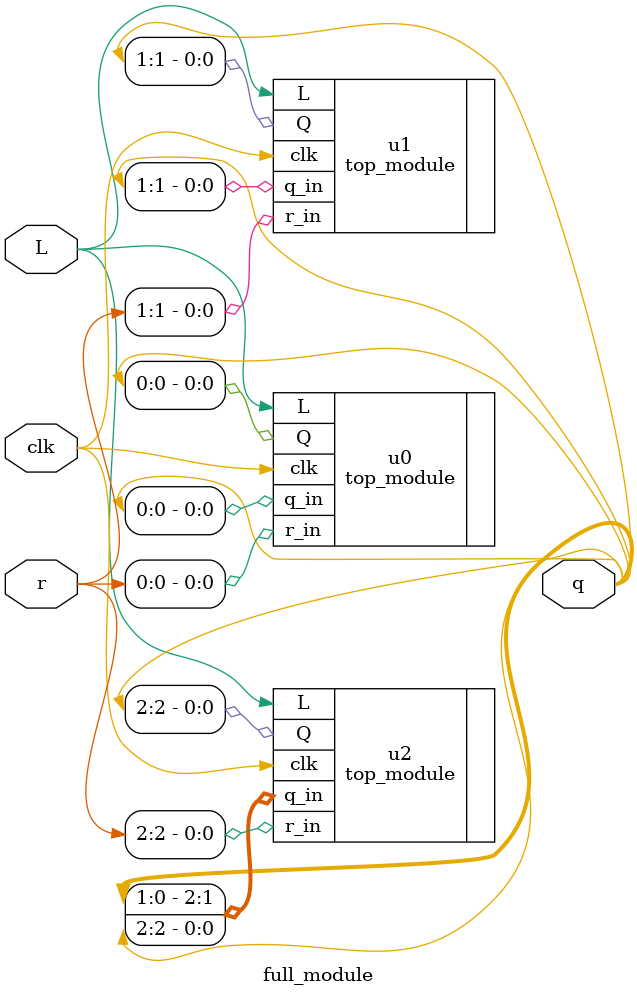
<source format=sv>
module full_module (
    input [2:0] r,
    input L,
    input clk,
    output reg [2:0] q
);

top_module u0(
    .clk(clk),
    .L(L),
    .q_in(q[0]),
    .r_in(r[0]),
    .Q(q[0])
);

top_module u1(
    .clk(clk),
    .L(L),
    .q_in(q[1]),
    .r_in(r[1]),
    .Q(q[1])
);

top_module u2(
    .clk(clk),
    .L(L),
    .q_in({q[1], q[0], q[2]}),
    .r_in(r[2]),
    .Q(q[2])
);

endmodule

</source>
